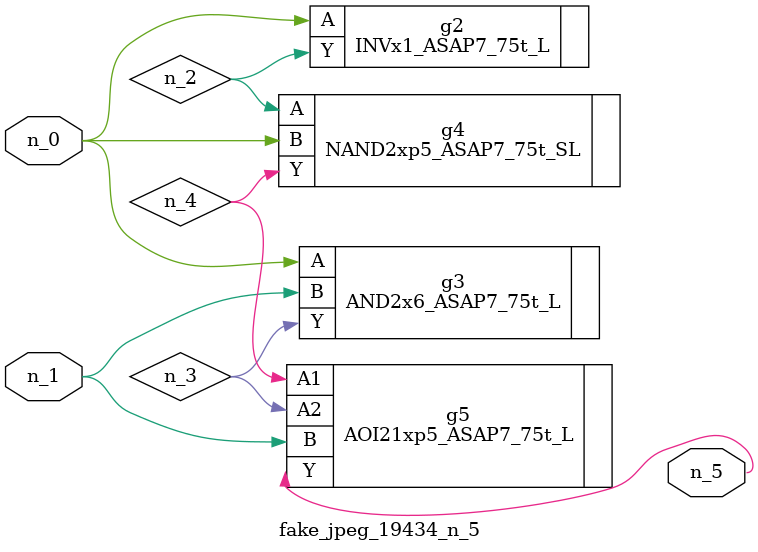
<source format=v>
module fake_jpeg_19434_n_5 (n_0, n_1, n_5);

input n_0;
input n_1;

output n_5;

wire n_3;
wire n_2;
wire n_4;

INVx1_ASAP7_75t_L g2 ( 
.A(n_0),
.Y(n_2)
);

AND2x6_ASAP7_75t_L g3 ( 
.A(n_0),
.B(n_1),
.Y(n_3)
);

NAND2xp5_ASAP7_75t_SL g4 ( 
.A(n_2),
.B(n_0),
.Y(n_4)
);

AOI21xp5_ASAP7_75t_L g5 ( 
.A1(n_4),
.A2(n_3),
.B(n_1),
.Y(n_5)
);


endmodule
</source>
